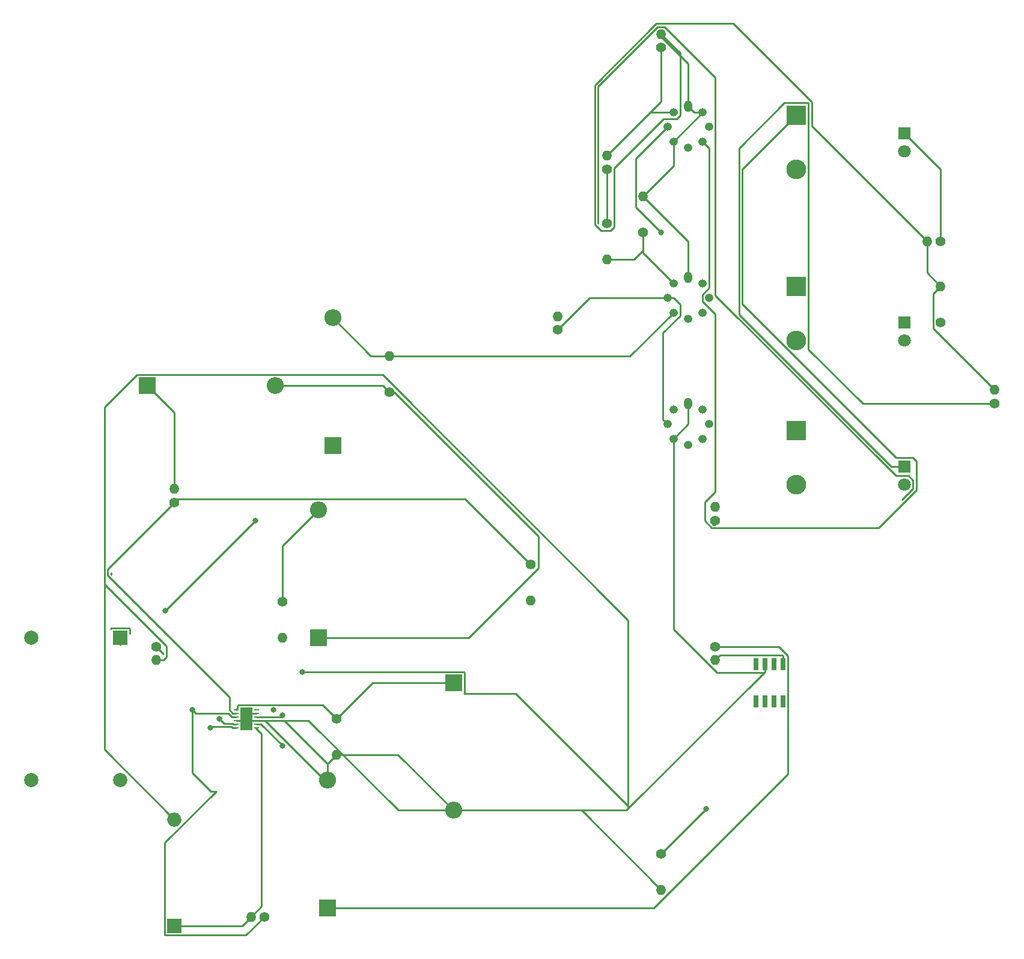
<source format=gbr>
%TF.GenerationSoftware,KiCad,Pcbnew,(5.1.10)-1*%
%TF.CreationDate,2021-06-04T17:59:31+02:00*%
%TF.ProjectId,_Real_EEE3088Project,5f526561-6c5f-4454-9545-333038385072,rev?*%
%TF.SameCoordinates,Original*%
%TF.FileFunction,Copper,L1,Top*%
%TF.FilePolarity,Positive*%
%FSLAX46Y46*%
G04 Gerber Fmt 4.6, Leading zero omitted, Abs format (unit mm)*
G04 Created by KiCad (PCBNEW (5.1.10)-1) date 2021-06-04 17:59:31*
%MOMM*%
%LPD*%
G01*
G04 APERTURE LIST*
%TA.AperFunction,ComponentPad*%
%ADD10R,1.800000X1.800000*%
%TD*%
%TA.AperFunction,ComponentPad*%
%ADD11C,1.800000*%
%TD*%
%TA.AperFunction,ComponentPad*%
%ADD12O,2.400000X2.400000*%
%TD*%
%TA.AperFunction,ComponentPad*%
%ADD13R,2.400000X2.400000*%
%TD*%
%TA.AperFunction,ComponentPad*%
%ADD14R,2.000000X2.000000*%
%TD*%
%TA.AperFunction,ComponentPad*%
%ADD15C,2.000000*%
%TD*%
%TA.AperFunction,SMDPad,CuDef*%
%ADD16R,1.700000X3.300000*%
%TD*%
%TA.AperFunction,SMDPad,CuDef*%
%ADD17R,0.700000X0.250000*%
%TD*%
%TA.AperFunction,ComponentPad*%
%ADD18O,2.000000X2.000000*%
%TD*%
%TA.AperFunction,ComponentPad*%
%ADD19R,2.800000X2.800000*%
%TD*%
%TA.AperFunction,ComponentPad*%
%ADD20O,2.800000X2.800000*%
%TD*%
%TA.AperFunction,ComponentPad*%
%ADD21O,1.200000X1.200000*%
%TD*%
%TA.AperFunction,ComponentPad*%
%ADD22O,1.200000X1.600000*%
%TD*%
%TA.AperFunction,ComponentPad*%
%ADD23O,1.400000X1.400000*%
%TD*%
%TA.AperFunction,ComponentPad*%
%ADD24C,1.400000*%
%TD*%
%TA.AperFunction,SMDPad,CuDef*%
%ADD25R,0.800000X1.800000*%
%TD*%
%TA.AperFunction,ViaPad*%
%ADD26C,0.800000*%
%TD*%
%TA.AperFunction,Conductor*%
%ADD27C,0.250000*%
%TD*%
G04 APERTURE END LIST*
D10*
%TO.P,LED3,1*%
%TO.N,Net-(LED3-Pad1)*%
X181610000Y-38100000D03*
D11*
%TO.P,LED3,2*%
%TO.N,Net-(D3-Pad2)*%
X181610000Y-40640000D03*
%TD*%
D12*
%TO.P,C3,2*%
%TO.N,Net-(C3-Pad2)*%
X99060000Y-91220000D03*
D13*
%TO.P,C3,1*%
%TO.N,Net-(Buck/Boost1-Pad12)*%
X99060000Y-109220000D03*
%TD*%
D14*
%TO.P,L1,1*%
%TO.N,Net-(Buck/Boost1-Pad4)*%
X71120000Y-109220000D03*
D15*
%TO.P,L1,2*%
%TO.N,Net-(Buck/Boost1-Pad6)*%
X71120000Y-129320000D03*
%TO.P,L1,3*%
%TO.N,N/C*%
X58620000Y-109220000D03*
%TO.P,L1,4*%
X58620000Y-129320000D03*
%TD*%
D16*
%TO.P,Buck/Boost1,13*%
%TO.N,GND*%
X88900000Y-120650000D03*
D17*
%TO.P,Buck/Boost1,12*%
%TO.N,Net-(Buck/Boost1-Pad12)*%
X87450000Y-121900000D03*
%TO.P,Buck/Boost1,11*%
%TO.N,Net-(Buck/Boost1-Pad11)*%
X87450000Y-121400000D03*
%TO.P,Buck/Boost1,10*%
%TO.N,GND*%
X87450000Y-120900000D03*
%TO.P,Buck/Boost1,9*%
%TO.N,Vin*%
X87450000Y-120400000D03*
%TO.P,Buck/Boost1,8*%
%TO.N,/Vreg*%
X87450000Y-119900000D03*
%TO.P,Buck/Boost1,7*%
%TO.N,Net-(Buck/Boost1-Pad7)*%
X87450000Y-119400000D03*
%TO.P,Buck/Boost1,6*%
%TO.N,Net-(Buck/Boost1-Pad6)*%
X90350000Y-119400000D03*
%TO.P,Buck/Boost1,5*%
%TO.N,GND*%
X90350000Y-119900000D03*
%TO.P,Buck/Boost1,4*%
%TO.N,Net-(Buck/Boost1-Pad4)*%
X90350000Y-120400000D03*
%TO.P,Buck/Boost1,3*%
%TO.N,GND*%
X90350000Y-120900000D03*
%TO.P,Buck/Boost1,2*%
%TO.N,Net-(Buck/Boost1-Pad2)*%
X90350000Y-121400000D03*
%TO.P,Buck/Boost1,1*%
%TO.N,Net-(Buck/Boost1-Pad1)*%
X90350000Y-121900000D03*
%TD*%
D14*
%TO.P,C1,1*%
%TO.N,Net-(Buck/Boost1-Pad1)*%
X78740000Y-149860000D03*
D18*
%TO.P,C1,2*%
%TO.N,GND*%
X78740000Y-134860000D03*
%TD*%
D13*
%TO.P,C2,1*%
%TO.N,Vin*%
X101060001Y-82144999D03*
D12*
%TO.P,C2,2*%
%TO.N,GND*%
X101060001Y-64144999D03*
%TD*%
D13*
%TO.P,C4,1*%
%TO.N,Net-(Buck/Boost1-Pad7)*%
X118110000Y-115570000D03*
D12*
%TO.P,C4,2*%
%TO.N,GND*%
X118110000Y-133570000D03*
%TD*%
D13*
%TO.P,C5,1*%
%TO.N,Net-(C5-Pad1)*%
X74930000Y-73660000D03*
D12*
%TO.P,C5,2*%
%TO.N,Net-(Buck/Boost1-Pad12)*%
X92930000Y-73660000D03*
%TD*%
%TO.P,C6,2*%
%TO.N,GND*%
X100330000Y-129320000D03*
D13*
%TO.P,C6,1*%
%TO.N,/Vreg*%
X100330000Y-147320000D03*
%TD*%
D19*
%TO.P,D1,1*%
%TO.N,Net-(D1-Pad1)*%
X166370000Y-80010000D03*
D20*
%TO.P,D1,2*%
%TO.N,Net-(D1-Pad2)*%
X166370000Y-87630000D03*
%TD*%
%TO.P,D2,2*%
%TO.N,Net-(D2-Pad2)*%
X166370000Y-67310000D03*
D19*
%TO.P,D2,1*%
%TO.N,Net-(D2-Pad1)*%
X166370000Y-59690000D03*
%TD*%
%TO.P,D3,1*%
%TO.N,Net-(D3-Pad1)*%
X166370000Y-35560000D03*
D20*
%TO.P,D3,2*%
%TO.N,Net-(D3-Pad2)*%
X166370000Y-43180000D03*
%TD*%
D10*
%TO.P,LED1,1*%
%TO.N,Net-(LED1-Pad1)*%
X181610000Y-85090000D03*
D11*
%TO.P,LED1,2*%
%TO.N,Net-(D1-Pad2)*%
X181610000Y-87630000D03*
%TD*%
%TO.P,LED2,2*%
%TO.N,Net-(D2-Pad2)*%
X181610000Y-67310000D03*
D10*
%TO.P,LED2,1*%
%TO.N,Net-(LED2-Pad1)*%
X181610000Y-64770000D03*
%TD*%
D21*
%TO.P,OP1,8*%
%TO.N,GND*%
X153194752Y-77055248D03*
%TO.P,OP1,7*%
%TO.N,Vin*%
X154050000Y-79120000D03*
%TO.P,OP1,6*%
%TO.N,Net-(D1-Pad1)*%
X153194752Y-81184752D03*
%TO.P,OP1,5*%
%TO.N,Net-(OP1-Pad5)*%
X151130000Y-82040000D03*
%TO.P,OP1,4*%
%TO.N,GND*%
X149065248Y-81184752D03*
%TO.P,OP1,3*%
%TO.N,Net-(OP1-Pad3)*%
X148210000Y-79120000D03*
%TO.P,OP1,2*%
%TO.N,Net-(OP1-Pad2)*%
X149065248Y-77055248D03*
D22*
%TO.P,OP1,1*%
%TO.N,GND*%
X151130000Y-76200000D03*
%TD*%
%TO.P,OP2,1*%
%TO.N,GND*%
X151130000Y-58420000D03*
D21*
%TO.P,OP2,2*%
%TO.N,Net-(OP2-Pad2)*%
X149065248Y-59275248D03*
%TO.P,OP2,3*%
%TO.N,Net-(OP1-Pad3)*%
X148210000Y-61340000D03*
%TO.P,OP2,4*%
%TO.N,GND*%
X149065248Y-63404752D03*
%TO.P,OP2,5*%
%TO.N,Net-(OP2-Pad5)*%
X151130000Y-64260000D03*
%TO.P,OP2,6*%
%TO.N,Net-(D2-Pad1)*%
X153194752Y-63404752D03*
%TO.P,OP2,7*%
%TO.N,Vin*%
X154050000Y-61340000D03*
%TO.P,OP2,8*%
%TO.N,GND*%
X153194752Y-59275248D03*
%TD*%
D22*
%TO.P,OP3,1*%
%TO.N,GND*%
X151130000Y-34290000D03*
D21*
%TO.P,OP3,2*%
%TO.N,Net-(OP3-Pad2)*%
X149065248Y-35145248D03*
%TO.P,OP3,3*%
%TO.N,Net-(OP1-Pad3)*%
X148210000Y-37210000D03*
%TO.P,OP3,4*%
%TO.N,GND*%
X149065248Y-39274752D03*
%TO.P,OP3,5*%
%TO.N,Net-(OP3-Pad5)*%
X151130000Y-40130000D03*
%TO.P,OP3,6*%
%TO.N,Net-(D3-Pad1)*%
X153194752Y-39274752D03*
%TO.P,OP3,7*%
%TO.N,Vin*%
X154050000Y-37210000D03*
%TO.P,OP3,8*%
%TO.N,GND*%
X153194752Y-35145248D03*
%TD*%
D23*
%TO.P,R1,2*%
%TO.N,Net-(Buck/Boost1-Pad1)*%
X89540000Y-148590000D03*
D24*
%TO.P,R1,1*%
%TO.N,Vin*%
X91440000Y-148590000D03*
%TD*%
%TO.P,R2,1*%
%TO.N,Net-(Buck/Boost1-Pad2)*%
X76200000Y-110490000D03*
D23*
%TO.P,R2,2*%
%TO.N,GND*%
X76200000Y-112390000D03*
%TD*%
D24*
%TO.P,R3,1*%
%TO.N,/Vreg*%
X154940000Y-110490000D03*
D23*
%TO.P,R3,2*%
%TO.N,Net-(R3-Pad2)*%
X154940000Y-112390000D03*
%TD*%
D24*
%TO.P,R4,1*%
%TO.N,Net-(Buck/Boost1-Pad7)*%
X101600000Y-120650000D03*
D23*
%TO.P,R4,2*%
%TO.N,GND*%
X101600000Y-125730000D03*
%TD*%
D24*
%TO.P,R5,1*%
%TO.N,Net-(C3-Pad2)*%
X93980000Y-104140000D03*
D23*
%TO.P,R5,2*%
%TO.N,Net-(Buck/Boost1-Pad11)*%
X93980000Y-109220000D03*
%TD*%
D24*
%TO.P,R6,1*%
%TO.N,/Vreg*%
X128985001Y-98944999D03*
D23*
%TO.P,R6,2*%
%TO.N,Net-(Buck/Boost1-Pad12)*%
X128985001Y-104024999D03*
%TD*%
%TO.P,R7,2*%
%TO.N,GND*%
X109055001Y-69534999D03*
D24*
%TO.P,R7,1*%
%TO.N,Net-(Buck/Boost1-Pad12)*%
X109055001Y-74614999D03*
%TD*%
D23*
%TO.P,R8,2*%
%TO.N,/Vtemp*%
X132745001Y-63924999D03*
D24*
%TO.P,R8,1*%
%TO.N,Net-(OP1-Pad3)*%
X132745001Y-65824999D03*
%TD*%
D23*
%TO.P,R9,2*%
%TO.N,Net-(C5-Pad1)*%
X78740000Y-88270000D03*
D24*
%TO.P,R9,1*%
%TO.N,/Vreg*%
X78740000Y-90170000D03*
%TD*%
D23*
%TO.P,R10,2*%
%TO.N,GND*%
X194310000Y-74300000D03*
D24*
%TO.P,R10,1*%
%TO.N,Net-(LED1-Pad1)*%
X194310000Y-76200000D03*
%TD*%
%TO.P,R11,1*%
%TO.N,/Vreg*%
X154940000Y-92710000D03*
D23*
%TO.P,R11,2*%
%TO.N,Net-(OP1-Pad2)*%
X154940000Y-90810000D03*
%TD*%
%TO.P,R12,2*%
%TO.N,GND*%
X147320000Y-144780000D03*
D24*
%TO.P,R12,1*%
%TO.N,Net-(OP1-Pad2)*%
X147320000Y-139700000D03*
%TD*%
D23*
%TO.P,R13,2*%
%TO.N,GND*%
X186690000Y-59690000D03*
D24*
%TO.P,R13,1*%
%TO.N,Net-(LED2-Pad1)*%
X186690000Y-64770000D03*
%TD*%
%TO.P,R14,1*%
%TO.N,/Vreg*%
X139700000Y-50800000D03*
D23*
%TO.P,R14,2*%
%TO.N,Net-(OP2-Pad2)*%
X139700000Y-55880000D03*
%TD*%
%TO.P,R15,2*%
%TO.N,GND*%
X144780000Y-46990000D03*
D24*
%TO.P,R15,1*%
%TO.N,Net-(OP2-Pad2)*%
X144780000Y-52070000D03*
%TD*%
%TO.P,R16,1*%
%TO.N,Net-(LED3-Pad1)*%
X186690000Y-53340000D03*
D23*
%TO.P,R16,2*%
%TO.N,GND*%
X184790000Y-53340000D03*
%TD*%
D24*
%TO.P,R17,1*%
%TO.N,/Vreg*%
X139700000Y-43180000D03*
D23*
%TO.P,R17,2*%
%TO.N,Net-(OP3-Pad2)*%
X139700000Y-41280000D03*
%TD*%
%TO.P,R18,2*%
%TO.N,GND*%
X147320000Y-24130000D03*
D24*
%TO.P,R18,1*%
%TO.N,Net-(OP3-Pad2)*%
X147320000Y-26030000D03*
%TD*%
D25*
%TO.P,TMP1,1*%
%TO.N,Net-(R3-Pad2)*%
X164465000Y-112930000D03*
%TO.P,TMP1,2*%
%TO.N,N/C*%
X163195000Y-112930000D03*
%TO.P,TMP1,3*%
%TO.N,GND*%
X161925000Y-112930000D03*
%TO.P,TMP1,4*%
%TO.N,N/C*%
X160655000Y-112930000D03*
%TO.P,TMP1,5*%
X160655000Y-118210000D03*
%TO.P,TMP1,6*%
X161925000Y-118210000D03*
%TO.P,TMP1,7*%
X163195000Y-118210000D03*
%TO.P,TMP1,8*%
X164465000Y-118210000D03*
%TD*%
D26*
%TO.N,Net-(Buck/Boost1-Pad2)*%
X93980000Y-124460000D03*
%TO.N,GND*%
X96775001Y-114044999D03*
%TO.N,Net-(Buck/Boost1-Pad4)*%
X93980000Y-120175000D03*
%TO.N,Net-(Buck/Boost1-Pad6)*%
X92710000Y-119399999D03*
%TO.N,Vin*%
X90170000Y-92710000D03*
X81280000Y-119380000D03*
X77470000Y-105410000D03*
%TO.N,Net-(Buck/Boost1-Pad11)*%
X85090000Y-120650000D03*
%TO.N,Net-(Buck/Boost1-Pad12)*%
X83820000Y-121920000D03*
%TO.N,Net-(OP1-Pad2)*%
X153670000Y-133350000D03*
%TO.N,Net-(OP1-Pad3)*%
X147320000Y-52070000D03*
%TD*%
D27*
%TO.N,*%
X182835001Y-87041999D02*
X182835001Y-88218001D01*
X154975001Y-60995001D02*
X180384999Y-86404999D01*
X154975001Y-30267999D02*
X154975001Y-60995001D01*
X147812001Y-23104999D02*
X154975001Y-30267999D01*
X180384999Y-86404999D02*
X182198001Y-86404999D01*
X146827999Y-23104999D02*
X147812001Y-23104999D01*
X182835001Y-88218001D02*
X181268003Y-89784999D01*
X182198001Y-86404999D02*
X182835001Y-87041999D01*
X138430000Y-31502998D02*
X146827999Y-23104999D01*
X138430000Y-50800000D02*
X138430000Y-31502998D01*
X69850000Y-100330000D02*
X69850000Y-100070020D01*
%TO.N,Net-(Buck/Boost1-Pad1)*%
X88270000Y-149860000D02*
X89540000Y-148590000D01*
X78740000Y-149860000D02*
X88270000Y-149860000D01*
X91025001Y-147104999D02*
X91025001Y-122775001D01*
X89540000Y-148590000D02*
X91025001Y-147104999D01*
X91025001Y-122775001D02*
X90170000Y-121920000D01*
X90190000Y-121900000D02*
X90350000Y-121900000D01*
X90170000Y-121920000D02*
X90190000Y-121900000D01*
%TO.N,Net-(Buck/Boost1-Pad2)*%
X77225001Y-111515001D02*
X76200000Y-110490000D01*
X90950000Y-121400000D02*
X93980000Y-124430000D01*
X90350000Y-121400000D02*
X90950000Y-121400000D01*
X93980000Y-124460000D02*
X93980000Y-124430000D01*
%TO.N,GND*%
X69859999Y-107894999D02*
X69794999Y-107959999D01*
X72380001Y-107894999D02*
X69859999Y-107894999D01*
X72445001Y-107959999D02*
X72380001Y-107894999D01*
X72445001Y-108635001D02*
X72445001Y-107959999D01*
X106450001Y-69534999D02*
X101060001Y-64144999D01*
X109055001Y-69534999D02*
X106450001Y-69534999D01*
X142935001Y-69534999D02*
X149065248Y-63404752D01*
X109055001Y-69534999D02*
X142935001Y-69534999D01*
X147320000Y-24512998D02*
X147320000Y-24130000D01*
X151130000Y-28322998D02*
X147320000Y-24512998D01*
X151130000Y-34290000D02*
X151130000Y-28322998D01*
X151985248Y-35145248D02*
X151130000Y-34290000D01*
X153194752Y-35145248D02*
X151985248Y-35145248D01*
X149065248Y-42704752D02*
X144780000Y-46990000D01*
X149065248Y-39274752D02*
X149065248Y-42704752D01*
X149065248Y-39274752D02*
X153194752Y-35145248D01*
X151130000Y-53340000D02*
X144780000Y-46990000D01*
X151130000Y-58420000D02*
X151130000Y-53340000D01*
X100330000Y-127000000D02*
X101600000Y-125730000D01*
X100330000Y-129320000D02*
X100330000Y-127000000D01*
X110270000Y-125730000D02*
X118110000Y-133570000D01*
X101600000Y-125730000D02*
X110270000Y-125730000D01*
X136110000Y-133570000D02*
X147320000Y-144780000D01*
X142435000Y-133570000D02*
X135670000Y-133570000D01*
X161925000Y-114080000D02*
X142435000Y-133570000D01*
X135670000Y-133570000D02*
X136110000Y-133570000D01*
X118110000Y-133570000D02*
X135670000Y-133570000D01*
X149065248Y-108032250D02*
X149065248Y-81184752D01*
X155187999Y-114155001D02*
X149065248Y-108032250D01*
X161849999Y-114155001D02*
X155187999Y-114155001D01*
X161925000Y-114080000D02*
X161849999Y-114155001D01*
X161925000Y-112930000D02*
X161925000Y-114080000D01*
X151130000Y-79120000D02*
X151130000Y-76200000D01*
X149065248Y-81184752D02*
X151130000Y-79120000D01*
X185664999Y-65654999D02*
X194310000Y-74300000D01*
X185664999Y-60715001D02*
X185664999Y-65654999D01*
X186690000Y-59690000D02*
X185664999Y-60715001D01*
X68894981Y-125014981D02*
X68894981Y-76710017D01*
X78740000Y-134860000D02*
X68894981Y-125014981D01*
X94230000Y-120900000D02*
X90350000Y-120900000D01*
X100330000Y-127000000D02*
X94230000Y-120900000D01*
X89650000Y-119900000D02*
X88900000Y-120650000D01*
X90350000Y-119900000D02*
X89650000Y-119900000D01*
X88650000Y-120900000D02*
X87450000Y-120900000D01*
X88900000Y-120650000D02*
X88650000Y-120900000D01*
X99913002Y-129320000D02*
X100330000Y-129320000D01*
X91493002Y-120900000D02*
X99913002Y-129320000D01*
X87450000Y-120900000D02*
X91493002Y-120900000D01*
X77675010Y-111904939D02*
X77189949Y-112390000D01*
X77675010Y-110448008D02*
X77675010Y-111904939D01*
X73469999Y-72134999D02*
X68894981Y-76710017D01*
X77189949Y-112390000D02*
X76200000Y-112390000D01*
X68894981Y-101667979D02*
X77675010Y-110448008D01*
X142698609Y-106741605D02*
X108092003Y-72134999D01*
X108092003Y-72134999D02*
X73469999Y-72134999D01*
X142698609Y-133306391D02*
X142698609Y-106741605D01*
X142435001Y-133569999D02*
X142698609Y-133306391D01*
X110278602Y-133569999D02*
X142435001Y-133569999D01*
X68894981Y-76710017D02*
X68894981Y-101667979D01*
X97608603Y-120900000D02*
X110278602Y-133569999D01*
X87450000Y-120900000D02*
X97608603Y-120900000D01*
X119570001Y-114044999D02*
X96775001Y-114044999D01*
X119635001Y-114109999D02*
X119570001Y-114044999D01*
X119635001Y-117030001D02*
X119635001Y-114109999D01*
X119570001Y-117095001D02*
X119635001Y-117030001D01*
X126860021Y-117095001D02*
X119570001Y-117095001D01*
X142698609Y-132933589D02*
X126860021Y-117095001D01*
X142698609Y-133306391D02*
X142698609Y-132933589D01*
X184790000Y-57790000D02*
X186690000Y-59690000D01*
X184790000Y-53340000D02*
X184790000Y-57790000D01*
X149990249Y-26800249D02*
X147320000Y-24130000D01*
X149990249Y-35589249D02*
X149990249Y-26800249D01*
X149509249Y-36070249D02*
X149990249Y-35589249D01*
X147671265Y-36070249D02*
X149509249Y-36070249D01*
X140192001Y-51825001D02*
X140725001Y-51292001D01*
X138818591Y-51825001D02*
X140192001Y-51825001D01*
X140725001Y-43016513D02*
X147671265Y-36070249D01*
X137979990Y-50986400D02*
X138818591Y-51825001D01*
X146641598Y-22654990D02*
X137979990Y-31316598D01*
X137979990Y-31316598D02*
X137979990Y-50986400D01*
X157486402Y-22654990D02*
X146641598Y-22654990D01*
X140725001Y-51292001D02*
X140725001Y-43016513D01*
X168545010Y-33713598D02*
X157486402Y-22654990D01*
X168545011Y-37095011D02*
X168545010Y-33713598D01*
X184790000Y-53340000D02*
X168545011Y-37095011D01*
%TO.N,Net-(Buck/Boost1-Pad4)*%
X71120000Y-110250000D02*
X71120000Y-109220000D01*
X93755000Y-120400000D02*
X93980000Y-120175000D01*
X90350000Y-120400000D02*
X93755000Y-120400000D01*
%TO.N,Net-(Buck/Boost1-Pad6)*%
X71120000Y-129540000D02*
X71120000Y-129320000D01*
%TO.N,Net-(Buck/Boost1-Pad7)*%
X106680000Y-115570000D02*
X101600000Y-120650000D01*
X118110000Y-115570000D02*
X106680000Y-115570000D01*
X87789999Y-118674999D02*
X87630000Y-118834998D01*
X99624999Y-118674999D02*
X101600000Y-120650000D01*
X87789999Y-118674999D02*
X99624999Y-118674999D01*
X87630000Y-119220000D02*
X87450000Y-119400000D01*
X87630000Y-118834998D02*
X87630000Y-119220000D01*
%TO.N,/Vreg*%
X78740000Y-90170000D02*
X69344990Y-99565010D01*
X139700000Y-50800000D02*
X139700000Y-43180000D01*
X154940000Y-93284991D02*
X154634399Y-93284991D01*
X154940000Y-92710000D02*
X154940000Y-93284991D01*
X165190001Y-111769999D02*
X163910002Y-110490000D01*
X163910002Y-110490000D02*
X154940000Y-110490000D01*
X165190001Y-128427001D02*
X165190001Y-111769999D01*
X146297002Y-147320000D02*
X165190001Y-128427001D01*
X100330000Y-147320000D02*
X146297002Y-147320000D01*
X128985001Y-98944999D02*
X128385001Y-98944999D01*
X79215001Y-89694999D02*
X78740000Y-90170000D01*
X119735001Y-89694999D02*
X79215001Y-89694999D01*
X128985001Y-98944999D02*
X119735001Y-89694999D01*
X86511391Y-119424981D02*
X86986410Y-119900000D01*
X86986410Y-119900000D02*
X87450000Y-119900000D01*
X86511390Y-117627800D02*
X86511391Y-119424981D01*
X69344990Y-100461400D02*
X86511390Y-117627800D01*
X69344990Y-99565010D02*
X69344990Y-100461400D01*
%TO.N,Vin*%
X77479999Y-151185001D02*
X77414999Y-151120001D01*
X88844999Y-151185001D02*
X77479999Y-151185001D01*
X91440000Y-148590000D02*
X88844999Y-151185001D01*
X77414999Y-151120001D02*
X77414999Y-138146003D01*
X77414999Y-138146003D02*
X84675001Y-130886001D01*
X86324990Y-96555010D02*
X90170000Y-92710000D01*
X86850000Y-120400000D02*
X86324990Y-119874990D01*
X87450000Y-120400000D02*
X86850000Y-120400000D01*
X86324990Y-119874990D02*
X81774990Y-119874990D01*
X81774990Y-119874990D02*
X81280000Y-119380000D01*
X77470000Y-105410000D02*
X90170000Y-92710000D01*
X84675001Y-130886001D02*
X83896001Y-130886001D01*
X81280000Y-128270000D02*
X81280000Y-119380000D01*
X83896001Y-130886001D02*
X81280000Y-128270000D01*
%TO.N,Net-(Buck/Boost1-Pad11)*%
X85774991Y-121334991D02*
X85774992Y-121334992D01*
X85774991Y-121334991D02*
X85090000Y-120650000D01*
X86961399Y-121334991D02*
X85774991Y-121334991D01*
X87026408Y-121400000D02*
X86961399Y-121334991D01*
X87450000Y-121400000D02*
X87026408Y-121400000D01*
%TO.N,Net-(Buck/Boost1-Pad12)*%
X108100002Y-73660000D02*
X109055001Y-74614999D01*
X92930000Y-73660000D02*
X108100002Y-73660000D01*
X109735001Y-74614999D02*
X109055001Y-74614999D01*
X86774999Y-121785001D02*
X86909998Y-121920000D01*
X120227002Y-109220000D02*
X99060000Y-109220000D01*
X130010002Y-94890000D02*
X130010002Y-99437000D01*
X128685001Y-93564999D02*
X130010002Y-94890000D01*
X128985001Y-93864999D02*
X128685001Y-93564999D01*
X130010002Y-99437000D02*
X120227002Y-109220000D01*
X128685001Y-93564999D02*
X109735001Y-74614999D01*
X86774999Y-121785001D02*
X83685001Y-121785001D01*
X83685001Y-121785001D02*
X83820000Y-121920000D01*
X86929998Y-121900000D02*
X86909998Y-121920000D01*
X87450000Y-121900000D02*
X86929998Y-121900000D01*
%TO.N,Net-(C3-Pad2)*%
X93980000Y-96300000D02*
X99060000Y-91220000D01*
X93980000Y-104140000D02*
X93980000Y-96300000D01*
%TO.N,Net-(C5-Pad1)*%
X78740000Y-77470000D02*
X74930000Y-73660000D01*
X78740000Y-88270000D02*
X78740000Y-77470000D01*
%TO.N,Net-(D3-Pad1)*%
X154119753Y-40199753D02*
X153194752Y-39274752D01*
X154119753Y-59901245D02*
X154119753Y-40199753D01*
X153124999Y-60895999D02*
X154119753Y-59901245D01*
X153124999Y-61784001D02*
X153124999Y-60895999D01*
X154975001Y-63634003D02*
X153124999Y-61784001D01*
X154975001Y-88621587D02*
X154975001Y-63634003D01*
X153464990Y-90131598D02*
X154975001Y-88621587D01*
X153464990Y-92751992D02*
X153464990Y-90131598D01*
X154447999Y-93735001D02*
X153464990Y-92751992D01*
X177954411Y-93735001D02*
X154447999Y-93735001D01*
X183285010Y-88404402D02*
X177954411Y-93735001D01*
X183285010Y-84380008D02*
X183285010Y-88404402D01*
X182770001Y-83864999D02*
X183285010Y-84380008D01*
X180449999Y-83864999D02*
X182770001Y-83864999D01*
X158750000Y-62165000D02*
X180449999Y-83864999D01*
X158750000Y-43180000D02*
X158750000Y-62165000D01*
X166370000Y-35560000D02*
X158750000Y-43180000D01*
%TO.N,Net-(LED1-Pad1)*%
X179706410Y-85090000D02*
X181610000Y-85090000D01*
X158299990Y-63683580D02*
X179706410Y-85090000D01*
X164709999Y-33834999D02*
X158299990Y-40245008D01*
X158299990Y-40245008D02*
X158299990Y-63683580D01*
X168030001Y-33834999D02*
X164709999Y-33834999D01*
X168095001Y-33899999D02*
X168030001Y-33834999D01*
X175741412Y-76200000D02*
X168095001Y-68553589D01*
X168095001Y-68553589D02*
X168095001Y-33899999D01*
X194310000Y-76200000D02*
X175741412Y-76200000D01*
%TO.N,Net-(LED3-Pad1)*%
X186690000Y-43180000D02*
X186690000Y-53340000D01*
X181610000Y-38100000D02*
X186690000Y-43180000D01*
%TO.N,Net-(OP1-Pad2)*%
X153670000Y-133350000D02*
X147320000Y-139700000D01*
%TO.N,Net-(OP1-Pad3)*%
X148369498Y-61340000D02*
X148210000Y-61340000D01*
X143754999Y-41665001D02*
X148210000Y-37210000D01*
X143754999Y-48504999D02*
X143754999Y-41665001D01*
X147320000Y-52070000D02*
X143754999Y-48504999D01*
X149990249Y-62271721D02*
X149058528Y-61340000D01*
X149990249Y-63848753D02*
X149990249Y-62271721D01*
X147610001Y-66229001D02*
X149990249Y-63848753D01*
X147610001Y-78520001D02*
X147610001Y-66229001D01*
X149058528Y-61340000D02*
X148210000Y-61340000D01*
X148210000Y-79120000D02*
X147610001Y-78520001D01*
X137230000Y-61340000D02*
X148210000Y-61340000D01*
X132745001Y-65824999D02*
X137230000Y-61340000D01*
%TO.N,Net-(OP2-Pad2)*%
X144780000Y-54990000D02*
X149065248Y-59275248D01*
X139700000Y-55880000D02*
X143510000Y-55880000D01*
X144780000Y-54610000D02*
X144780000Y-54990000D01*
X143510000Y-55880000D02*
X144780000Y-54610000D01*
X144780000Y-52070000D02*
X144780000Y-54610000D01*
%TO.N,Net-(OP3-Pad2)*%
X145834752Y-35145248D02*
X149065248Y-35145248D01*
X139700000Y-41280000D02*
X145834752Y-35145248D01*
X147320000Y-33660000D02*
X145834752Y-35145248D01*
X147320000Y-26030000D02*
X147320000Y-33660000D01*
%TO.N,Net-(R3-Pad2)*%
X164465000Y-111780000D02*
X164465000Y-112930000D01*
X164375001Y-111690001D02*
X164465000Y-111780000D01*
X155639999Y-111690001D02*
X164375001Y-111690001D01*
X154940000Y-112390000D02*
X155639999Y-111690001D01*
%TD*%
M02*

</source>
